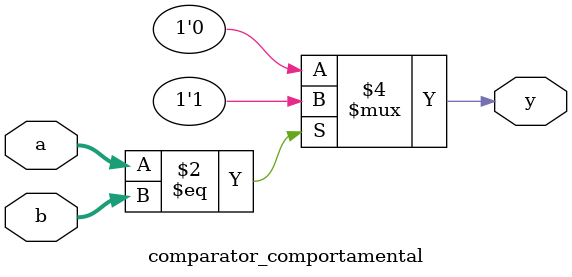
<source format=v>
module comparator_comportamental (a,b, y);
input [1:0] a,b;
output reg y;

always@(a,b) begin
	if (a==b)
		y = 1'b1;
	else
		y = 1'b0;
	end
endmodule
</source>
